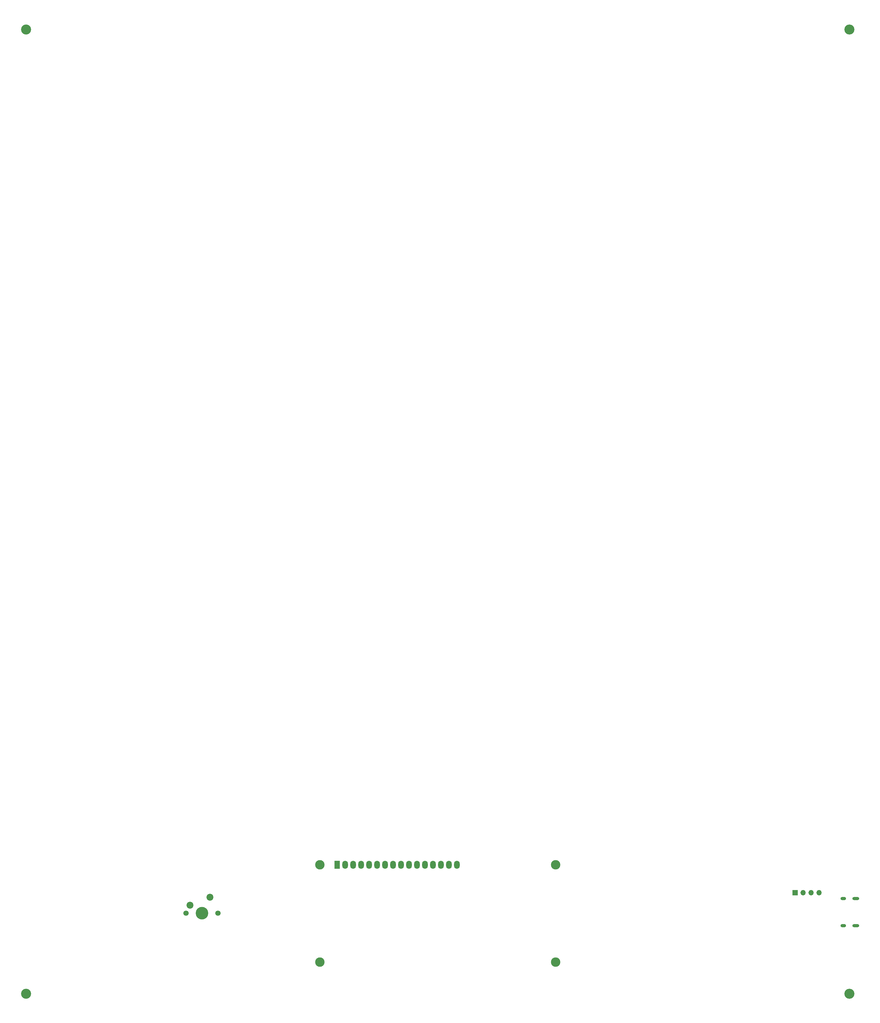
<source format=gbr>
%TF.GenerationSoftware,KiCad,Pcbnew,7.0.3*%
%TF.CreationDate,2023-05-28T11:15:03+12:00*%
%TF.ProjectId,ChessBoardKiCad,43686573-7342-46f6-9172-644b69436164,rev?*%
%TF.SameCoordinates,Original*%
%TF.FileFunction,Soldermask,Bot*%
%TF.FilePolarity,Negative*%
%FSLAX46Y46*%
G04 Gerber Fmt 4.6, Leading zero omitted, Abs format (unit mm)*
G04 Created by KiCad (PCBNEW 7.0.3) date 2023-05-28 11:15:03*
%MOMM*%
%LPD*%
G01*
G04 APERTURE LIST*
%ADD10C,3.200000*%
%ADD11R,1.700000X1.700000*%
%ADD12O,1.700000X1.700000*%
%ADD13C,3.000000*%
%ADD14R,1.800000X2.600000*%
%ADD15O,1.800000X2.600000*%
%ADD16C,1.700000*%
%ADD17C,4.000000*%
%ADD18C,2.200000*%
%ADD19O,1.800000X1.000000*%
%ADD20O,2.200000X1.000000*%
G04 APERTURE END LIST*
D10*
%TO.C,H3*%
X461000000Y-49000000D03*
%TD*%
D11*
%TO.C,J2*%
X443700000Y-323857500D03*
D12*
X446240000Y-323857500D03*
X448780000Y-323857500D03*
X451320000Y-323857500D03*
%TD*%
D13*
%TO.C,DS1*%
X292500900Y-315000000D03*
X292500900Y-346000700D03*
X367499480Y-346000700D03*
X367500000Y-315000000D03*
D14*
X298000000Y-315000000D03*
D15*
X300540000Y-315000000D03*
X303080000Y-315000000D03*
X305620000Y-315000000D03*
X308160000Y-315000000D03*
X310700000Y-315000000D03*
X313240000Y-315000000D03*
X315780000Y-315000000D03*
X318320000Y-315000000D03*
X320860000Y-315000000D03*
X323400000Y-315000000D03*
X325940000Y-315000000D03*
X328480000Y-315000000D03*
X331020000Y-315000000D03*
X333560000Y-315000000D03*
X336100000Y-315000000D03*
%TD*%
D10*
%TO.C,H4*%
X199000000Y-356000000D03*
%TD*%
D16*
%TO.C,SW1*%
X249920000Y-330357500D03*
D17*
X255000000Y-330357500D03*
D16*
X260080000Y-330357500D03*
D18*
X257540000Y-325277500D03*
X251190000Y-327817500D03*
%TD*%
D10*
%TO.C,H2*%
X461000000Y-356000000D03*
%TD*%
%TO.C,H1*%
X199000000Y-49000000D03*
%TD*%
D19*
%TO.C,J1*%
X459000000Y-334340000D03*
D20*
X463000000Y-334340000D03*
D19*
X459000000Y-325700000D03*
D20*
X463000000Y-325700000D03*
%TD*%
M02*

</source>
